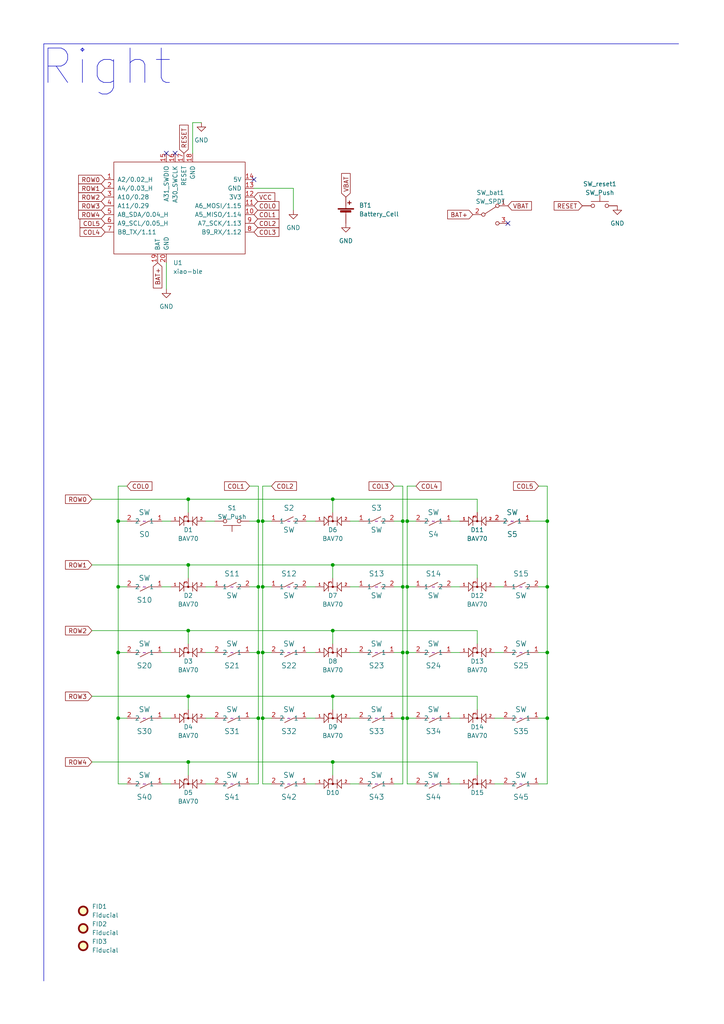
<source format=kicad_sch>
(kicad_sch (version 20230121) (generator eeschema)
  (paper "A4" portrait)
  (lib_symbols
    (symbol "Device:Battery_Cell" (pin_numbers hide) (pin_names (offset 0) hide)
      (property "Reference" "BT" (at 2.54 2.54 0))
      (property "Value" "Battery_Cell" (at 2.54 0 0))
      (symbol "Battery_Cell_0_1"
        (rectangle (start -2.286 1.778) (end 2.286 1.524) (fill (type outline)))
        (rectangle (start -1.5748 1.1938) (end 1.4732 0.6858) (fill (type outline)))
        (polyline (pts (xy 0 0.762) (xy 0 0)))
        (polyline (pts (xy 0 1.778) (xy 0 2.54)))
        (polyline (pts (xy 0.508 3.429) (xy 1.524 3.429)) (stroke (width 0.254)))
        (polyline (pts (xy 1.016 3.937) (xy 1.016 2.921)) (stroke (width 0.254)))
      )
      (symbol "Battery_Cell_1_1"
        (pin passive line (at 0 5.08 270) (length 2.54) (name "+") (number "1"))
        (pin passive line (at 0 -2.54 90) (length 2.54) (name "-") (number "2"))
      )
    )
    (symbol "Mechanical:Fiducial"
      (property "Reference" "FID" (at 0 5.08 0))
      (property "Value" "Fiducial" (at 0 3.175 0))
      (symbol "Fiducial_0_1"
        (circle (center 0 0) (radius 1.27) (stroke (width 0.508)) (fill (type background)))
      )
    )
    (symbol "Switch:SW_Push" (pin_numbers hide) (pin_names (offset 1.016) hide)
      (property "Reference" "SW" (at 1.27 2.54 0))
      (property "Value" "SW_Push" (at 0 -1.524 0))
      (symbol "SW_Push_0_1"
        (circle (center -2.032 0) (radius 0.508))
        (polyline (pts (xy 0 1.27) (xy 0 3.048)))
        (polyline (pts (xy 2.54 1.27) (xy -2.54 1.27)))
        (circle (center 2.032 0) (radius 0.508))
        (pin passive line (at -5.08 0 0) (length 2.54) (name "1") (number "1"))
        (pin passive line (at 5.08 0 180) (length 2.54) (name "2") (number "2"))
      )
    )
    (symbol "Switch:SW_SPDT" (pin_names (offset 0) hide)
      (property "Reference" "SW" (at 0 4.318 0))
      (property "Value" "SW_SPDT" (at 0 -5.08 0))
      (symbol "SW_SPDT_0_0"
        (circle (center -2.032 0) (radius 0.508))
        (circle (center 2.032 -2.54) (radius 0.508))
      )
      (symbol "SW_SPDT_0_1"
        (polyline (pts (xy -1.524 0.254) (xy 1.651 2.286)))
        (circle (center 2.032 2.54) (radius 0.508))
      )
      (symbol "SW_SPDT_1_1"
        (pin passive line (at 5.08 2.54 180) (length 2.54) (name "A") (number "1"))
        (pin passive line (at -5.08 0 0) (length 2.54) (name "B") (number "2"))
        (pin passive line (at 5.08 -2.54 180) (length 2.54) (name "C") (number "3"))
      )
    )
    (symbol "YAEMK:MX_1U" (pin_names (offset 1.016))
      (property "Reference" "S" (at 0 -2.54 0))
      (property "Value" "MX_1U" (at 0 3.81 0))
      (symbol "MX_1U_1_1"
        (polyline (pts (xy 2.54 0) (xy 1.27 0)))
        (polyline (pts (xy 3.81 0) (xy 2.54 0)))
        (polyline (pts (xy 1.27 1.27) (xy -1.27 0) (xy -3.81 0)))
        (pin bidirectional line (at -5.08 0 0) (length 1.27) (name "1") (number "1"))
        (pin bidirectional line (at 5.08 0 180) (length 1.27) (name "2") (number "2"))
      )
    )
    (symbol "hillside_basic:BAV70_Small" (pin_names (offset 0.762) hide)
      (property "Reference" "D" (at 0.635 -2.54 0))
      (property "Value" "BAV70_Small" (at 0 2.54 0))
      (symbol "BAV70_Small_0_1"
        (polyline (pts (xy -1.27 1.27) (xy -1.27 -1.27)))
        (polyline (pts (xy 1.27 0) (xy -1.27 0)))
        (polyline (pts (xy 1.27 1.27) (xy 1.27 -1.27)))
        (polyline (pts (xy -2.54 1.27) (xy -2.54 -1.27) (xy -1.27 0) (xy -2.54 1.27)))
        (polyline (pts (xy 2.54 1.27) (xy 2.54 -1.27) (xy 1.27 0) (xy 2.54 1.27)))
        (circle (center 0 0) (radius 0.254) (fill (type outline)))
      )
      (symbol "BAV70_Small_1_1"
        (pin input line (at -5.08 0 0) (length 2.54) (name "A1") (number "1"))
        (pin input line (at 5.08 0 180) (length 2.54) (name "A2") (number "2"))
        (pin passive line (at 0 -2.54 90) (length 2.54) (name "K") (number "3"))
      )
    )
    (symbol "power:GND" (power) (pin_names (offset 0))
      (property "Value" "GND" (at 0 -3.81 0))
      (symbol "GND_0_1"
        (polyline (pts (xy 0 0) (xy 0 -1.27) (xy 1.27 -1.27) (xy 0 -2.54) (xy -1.27 -1.27) (xy 0 -1.27)))
      )
      (symbol "GND_1_1"
        (pin power_in line (at 0 0 270) (length 0) hide (name "GND") (number "1"))
      )
    )
    (symbol "sepp:xiao-ble-geist" (pin_names (offset 1.016))
      (property "Reference" "U1" (at -19.304 17.78 0))
      (property "Value" "xiao-ble" (at -19.304 15.24 0))
      (symbol "xiao-ble-geist_0_1"
        (rectangle (start -19.05 12.7) (end 19.05 -13.97))
      )
      (symbol "xiao-ble-geist_1_1"
        (pin bidirectional line (at -21.59 7.62 0) (length 2.54) (name "A2/0.02_H") (number "1"))
        (pin bidirectional line (at 21.59 -2.54 180) (length 2.54) (name "A5_MISO/1.14") (number "10"))
        (pin bidirectional line (at 21.59 0 180) (length 2.54) (name "A6_MOSI/1.15") (number "11"))
        (pin power_out line (at 21.59 2.54 180) (length 2.54) (name "3V3") (number "12"))
        (pin power_out line (at 21.59 5.08 180) (length 2.54) (name "GND") (number "13"))
        (pin power_out line (at 21.59 7.62 180) (length 2.54) (name "5V") (number "14"))
        (pin input line (at -3.81 15.24 270) (length 2.54) (name "A31_SWDIO") (number "15"))
        (pin input line (at -1.27 15.24 270) (length 2.54) (name "A30_SWCLK") (number "16"))
        (pin input line (at 1.27 15.24 270) (length 2.54) (name "RESET") (number "17"))
        (pin power_out line (at 3.81 15.24 270) (length 2.54) (name "GND") (number "18"))
        (pin bidirectional line (at -6.35 -16.51 90) (length 2.54) (name "BAT") (number "19"))
        (pin bidirectional line (at -21.59 5.08 0) (length 2.54) (name "A4/0.03_H") (number "2"))
        (pin power_out line (at -3.81 -16.51 90) (length 2.54) (name "GND") (number "20"))
        (pin bidirectional line (at -21.59 2.54 0) (length 2.54) (name "A10/0.28") (number "3"))
        (pin bidirectional line (at -21.59 0 0) (length 2.54) (name "A11/0.29") (number "4"))
        (pin bidirectional line (at -21.59 -2.54 0) (length 2.54) (name "A8_SDA/0.04_H") (number "5"))
        (pin bidirectional line (at -21.59 -5.08 0) (length 2.54) (name "A9_SCL/0.05_H") (number "6"))
        (pin bidirectional line (at -21.59 -7.62 0) (length 2.54) (name "B8_TX/1.11") (number "7"))
        (pin bidirectional line (at 21.59 -7.62 180) (length 2.54) (name "B9_RX/1.12") (number "8"))
        (pin bidirectional line (at 21.59 -5.08 180) (length 2.54) (name "A7_SCK/1.13") (number "9"))
      )
    )
  )
  (junction (at 158.75 170.18))
  (junction (at 118.11 151.13))
  (junction (at 158.75 208.28))
  (junction (at 54.61 182.88))
  (junction (at 116.84 151.13))
  (junction (at 54.61 163.83))
  (junction (at 96.52 182.88))
  (junction (at 74.93 170.18))
  (junction (at 118.11 208.28))
  (junction (at 76.2 189.23))
  (junction (at 76.2 170.18))
  (junction (at 118.11 189.23))
  (junction (at 34.29 170.18))
  (junction (at 74.93 151.13))
  (junction (at 54.61 201.93))
  (junction (at 76.2 208.28))
  (junction (at 34.29 151.13))
  (junction (at 158.75 189.23))
  (junction (at 116.84 208.28))
  (junction (at 96.52 201.93))
  (junction (at 96.52 163.83))
  (junction (at 118.11 170.18))
  (junction (at 54.61 220.98))
  (junction (at 116.84 170.18))
  (junction (at 34.29 208.28))
  (junction (at 116.84 189.23))
  (junction (at 34.29 189.23))
  (junction (at 74.93 208.28))
  (junction (at 96.52 144.78))
  (junction (at 76.2 151.13))
  (junction (at 158.75 151.13))
  (junction (at 96.52 220.98))
  (junction (at 74.93 189.23))
  (junction (at 54.61 144.78))
  (no_connect (at 73.66 52.07))
  (no_connect (at 147.32 64.77))
  (no_connect (at 50.8 44.45))
  (no_connect (at 48.26 44.45))
  (wire (pts (xy 116.84 140.97) (xy 114.3 140.97)))
  (wire (pts (xy 26.67 144.78) (xy 54.61 144.78)))
  (wire (pts (xy 116.84 189.23) (xy 116.84 170.18)))
  (wire (pts (xy 76.2 151.13) (xy 76.2 140.97)))
  (wire (pts (xy 54.61 182.88) (xy 54.61 186.69)))
  (wire (pts (xy 96.52 201.93) (xy 138.43 201.93)))
  (wire (pts (xy 120.65 227.33) (xy 118.11 227.33)))
  (wire (pts (xy 88.9 151.13) (xy 91.44 151.13)))
  (wire (pts (xy 96.52 163.83) (xy 96.52 167.64)))
  (wire (pts (xy 96.52 144.78) (xy 96.52 148.59)))
  (wire (pts (xy 143.51 227.33) (xy 146.05 227.33)))
  (wire (pts (xy 130.81 227.33) (xy 133.35 227.33)))
  (wire (pts (xy 118.11 151.13) (xy 120.65 151.13)))
  (polyline (pts (xy 12.7 12.7) (xy 12.7 284.48)))
  (wire (pts (xy 88.9 208.28) (xy 91.44 208.28)))
  (wire (pts (xy 118.11 208.28) (xy 118.11 189.23)))
  (wire (pts (xy 34.29 208.28) (xy 34.29 227.33)))
  (wire (pts (xy 76.2 151.13) (xy 78.74 151.13)))
  (wire (pts (xy 85.09 60.96) (xy 85.09 54.61)))
  (wire (pts (xy 138.43 182.88) (xy 138.43 186.69)))
  (wire (pts (xy 138.43 201.93) (xy 138.43 205.74)))
  (wire (pts (xy 59.69 208.28) (xy 62.23 208.28)))
  (wire (pts (xy 101.6 151.13) (xy 104.14 151.13)))
  (wire (pts (xy 158.75 227.33) (xy 158.75 208.28)))
  (wire (pts (xy 130.81 151.13) (xy 133.35 151.13)))
  (wire (pts (xy 76.2 170.18) (xy 76.2 151.13)))
  (wire (pts (xy 76.2 189.23) (xy 78.74 189.23)))
  (wire (pts (xy 54.61 144.78) (xy 54.61 148.59)))
  (wire (pts (xy 74.93 151.13) (xy 74.93 140.97)))
  (wire (pts (xy 59.69 151.13) (xy 62.23 151.13)))
  (wire (pts (xy 118.11 208.28) (xy 120.65 208.28)))
  (wire (pts (xy 72.39 189.23) (xy 74.93 189.23)))
  (wire (pts (xy 76.2 208.28) (xy 78.74 208.28)))
  (wire (pts (xy 26.67 163.83) (xy 54.61 163.83)))
  (wire (pts (xy 58.42 35.56) (xy 55.88 35.56)))
  (wire (pts (xy 116.84 227.33) (xy 116.84 208.28)))
  (wire (pts (xy 26.67 201.93) (xy 54.61 201.93)))
  (wire (pts (xy 143.51 170.18) (xy 146.05 170.18)))
  (wire (pts (xy 118.11 189.23) (xy 118.11 170.18)))
  (wire (pts (xy 156.21 208.28) (xy 158.75 208.28)))
  (wire (pts (xy 118.11 151.13) (xy 118.11 140.97)))
  (wire (pts (xy 76.2 170.18) (xy 78.74 170.18)))
  (wire (pts (xy 118.11 170.18) (xy 120.65 170.18)))
  (wire (pts (xy 76.2 189.23) (xy 76.2 170.18)))
  (wire (pts (xy 96.52 163.83) (xy 138.43 163.83)))
  (wire (pts (xy 76.2 208.28) (xy 76.2 189.23)))
  (wire (pts (xy 59.69 170.18) (xy 62.23 170.18)))
  (wire (pts (xy 55.88 35.56) (xy 55.88 44.45)))
  (wire (pts (xy 156.21 189.23) (xy 158.75 189.23)))
  (wire (pts (xy 116.84 208.28) (xy 116.84 189.23)))
  (wire (pts (xy 114.3 170.18) (xy 116.84 170.18)))
  (wire (pts (xy 74.93 170.18) (xy 74.93 151.13)))
  (wire (pts (xy 96.52 220.98) (xy 96.52 224.79)))
  (wire (pts (xy 34.29 208.28) (xy 36.83 208.28)))
  (wire (pts (xy 26.67 182.88) (xy 54.61 182.88)))
  (wire (pts (xy 34.29 170.18) (xy 34.29 151.13)))
  (wire (pts (xy 96.52 201.93) (xy 96.52 205.74)))
  (wire (pts (xy 74.93 189.23) (xy 74.93 170.18)))
  (wire (pts (xy 34.29 227.33) (xy 36.83 227.33)))
  (wire (pts (xy 96.52 182.88) (xy 138.43 182.88)))
  (wire (pts (xy 34.29 189.23) (xy 34.29 170.18)))
  (wire (pts (xy 54.61 201.93) (xy 96.52 201.93)))
  (wire (pts (xy 46.99 151.13) (xy 49.53 151.13)))
  (wire (pts (xy 72.39 170.18) (xy 74.93 170.18)))
  (wire (pts (xy 72.39 208.28) (xy 74.93 208.28)))
  (wire (pts (xy 101.6 170.18) (xy 104.14 170.18)))
  (wire (pts (xy 143.51 208.28) (xy 146.05 208.28)))
  (wire (pts (xy 46.99 208.28) (xy 49.53 208.28)))
  (wire (pts (xy 34.29 208.28) (xy 34.29 189.23)))
  (wire (pts (xy 54.61 201.93) (xy 54.61 205.74)))
  (wire (pts (xy 54.61 163.83) (xy 54.61 167.64)))
  (wire (pts (xy 101.6 208.28) (xy 104.14 208.28)))
  (wire (pts (xy 96.52 144.78) (xy 138.43 144.78)))
  (wire (pts (xy 116.84 170.18) (xy 116.84 151.13)))
  (wire (pts (xy 138.43 163.83) (xy 138.43 167.64)))
  (wire (pts (xy 158.75 151.13) (xy 158.75 170.18)))
  (wire (pts (xy 96.52 182.88) (xy 96.52 186.69)))
  (wire (pts (xy 88.9 189.23) (xy 91.44 189.23)))
  (wire (pts (xy 46.99 170.18) (xy 49.53 170.18)))
  (wire (pts (xy 143.51 189.23) (xy 146.05 189.23)))
  (wire (pts (xy 138.43 220.98) (xy 138.43 224.79)))
  (wire (pts (xy 34.29 189.23) (xy 36.83 189.23)))
  (wire (pts (xy 34.29 151.13) (xy 36.83 151.13)))
  (wire (pts (xy 34.29 140.97) (xy 36.83 140.97)))
  (wire (pts (xy 101.6 227.33) (xy 104.14 227.33)))
  (wire (pts (xy 118.11 189.23) (xy 120.65 189.23)))
  (wire (pts (xy 158.75 140.97) (xy 156.21 140.97)))
  (wire (pts (xy 54.61 182.88) (xy 96.52 182.88)))
  (wire (pts (xy 101.6 189.23) (xy 104.14 189.23)))
  (wire (pts (xy 158.75 208.28) (xy 158.75 189.23)))
  (wire (pts (xy 114.3 189.23) (xy 116.84 189.23)))
  (wire (pts (xy 85.09 54.61) (xy 73.66 54.61)))
  (wire (pts (xy 130.81 170.18) (xy 133.35 170.18)))
  (wire (pts (xy 156.21 170.18) (xy 158.75 170.18)))
  (wire (pts (xy 88.9 170.18) (xy 91.44 170.18)))
  (polyline (pts (xy 196.85 12.7) (xy 12.7 12.7)))
  (wire (pts (xy 96.52 220.98) (xy 138.43 220.98)))
  (wire (pts (xy 74.93 227.33) (xy 72.39 227.33)))
  (wire (pts (xy 54.61 220.98) (xy 54.61 224.79)))
  (wire (pts (xy 46.99 189.23) (xy 49.53 189.23)))
  (wire (pts (xy 26.67 220.98) (xy 54.61 220.98)))
  (wire (pts (xy 74.93 140.97) (xy 72.39 140.97)))
  (wire (pts (xy 76.2 227.33) (xy 78.74 227.33)))
  (wire (pts (xy 118.11 140.97) (xy 120.65 140.97)))
  (wire (pts (xy 34.29 170.18) (xy 36.83 170.18)))
  (wire (pts (xy 54.61 163.83) (xy 96.52 163.83)))
  (wire (pts (xy 118.11 227.33) (xy 118.11 208.28)))
  (wire (pts (xy 114.3 151.13) (xy 116.84 151.13)))
  (wire (pts (xy 54.61 220.98) (xy 96.52 220.98)))
  (wire (pts (xy 158.75 140.97) (xy 158.75 151.13)))
  (wire (pts (xy 72.39 151.13) (xy 74.93 151.13)))
  (wire (pts (xy 116.84 151.13) (xy 116.84 140.97)))
  (wire (pts (xy 76.2 208.28) (xy 76.2 227.33)))
  (wire (pts (xy 130.81 189.23) (xy 133.35 189.23)))
  (wire (pts (xy 59.69 189.23) (xy 62.23 189.23)))
  (wire (pts (xy 76.2 140.97) (xy 78.74 140.97)))
  (wire (pts (xy 138.43 144.78) (xy 138.43 148.59)))
  (wire (pts (xy 158.75 189.23) (xy 158.75 170.18)))
  (wire (pts (xy 74.93 208.28) (xy 74.93 189.23)))
  (wire (pts (xy 114.3 208.28) (xy 116.84 208.28)))
  (wire (pts (xy 153.67 151.13) (xy 158.75 151.13)))
  (wire (pts (xy 156.21 227.33) (xy 158.75 227.33)))
  (wire (pts (xy 88.9 227.33) (xy 91.44 227.33)))
  (wire (pts (xy 46.99 227.33) (xy 49.53 227.33)))
  (wire (pts (xy 130.81 208.28) (xy 133.35 208.28)))
  (wire (pts (xy 74.93 208.28) (xy 74.93 227.33)))
  (wire (pts (xy 118.11 170.18) (xy 118.11 151.13)))
  (wire (pts (xy 54.61 144.78) (xy 96.52 144.78)))
  (wire (pts (xy 114.3 227.33) (xy 116.84 227.33)))
  (wire (pts (xy 59.69 227.33) (xy 62.23 227.33)))
  (wire (pts (xy 34.29 151.13) (xy 34.29 140.97)))
  (wire (pts (xy 48.26 83.82) (xy 48.26 76.2)))
  (text "Right" (at 11.43 25.4 0) (effects (font (size 10 10)) (justify left bottom)))
  (global_label "COL4" (shape input) (at 30.48 67.31 180) (property "Intersheetrefs" "${INTERSHEET_REFS}" (effects hide)))
  (global_label "COL2" (shape input) (at 78.74 140.97 0) (property "Intersheetrefs" "${INTERSHEET_REFS}" (effects hide)) (property "Referenzen zwischen Schaltplänen" "${INTERSHEET_REFS}" (effects hide)))
  (global_label "COL0" (shape input) (at 73.66 59.69 0) (property "Intersheetrefs" "${INTERSHEET_REFS}" (effects hide)))
  (global_label "RESET" (shape input) (at 53.34 44.45 90) (property "Intersheetrefs" "${INTERSHEET_REFS}" (effects hide)))
  (global_label "COL1" (shape input) (at 73.66 62.23 0) (property "Intersheetrefs" "${INTERSHEET_REFS}" (effects hide)))
  (global_label "ROW1" (shape input) (at 30.48 54.61 180) (property "Intersheetrefs" "${INTERSHEET_REFS}" (effects hide)))
  (global_label "COL5" (shape input) (at 30.48 64.77 180) (property "Intersheetrefs" "${INTERSHEET_REFS}" (effects hide)))
  (global_label "ROW2" (shape input) (at 26.67 182.88 180) (property "Intersheetrefs" "${INTERSHEET_REFS}" (effects hide)) (property "Referenzen zwischen Schaltplänen" "${INTERSHEET_REFS}" (effects hide)))
  (global_label "ROW3" (shape input) (at 26.67 201.93 180) (property "Intersheetrefs" "${INTERSHEET_REFS}" (effects hide)) (property "Referenzen zwischen Schaltplänen" "${INTERSHEET_REFS}" (effects hide)))
  (global_label "COL4" (shape input) (at 120.65 140.97 0) (property "Intersheetrefs" "${INTERSHEET_REFS}" (effects hide)) (property "Referenzen zwischen Schaltplänen" "${INTERSHEET_REFS}" (effects hide)))
  (global_label "BAT+" (shape input) (at 137.16 62.23 180) (property "Intersheetrefs" "${INTERSHEET_REFS}" (effects hide)))
  (global_label "ROW1" (shape input) (at 26.67 163.83 180) (property "Intersheetrefs" "${INTERSHEET_REFS}" (effects hide)) (property "Referenzen zwischen Schaltplänen" "${INTERSHEET_REFS}" (effects hide)))
  (global_label "ROW0" (shape input) (at 26.67 144.78 180) (property "Intersheetrefs" "${INTERSHEET_REFS}" (effects hide)) (property "Referenzen zwischen Schaltplänen" "${INTERSHEET_REFS}" (effects hide)))
  (global_label "COL2" (shape input) (at 73.66 64.77 0) (property "Intersheetrefs" "${INTERSHEET_REFS}" (effects hide)))
  (global_label "ROW3" (shape input) (at 30.48 59.69 180) (property "Intersheetrefs" "${INTERSHEET_REFS}" (effects hide)))
  (global_label "COL0" (shape input) (at 36.83 140.97 0) (property "Intersheetrefs" "${INTERSHEET_REFS}" (effects hide)) (property "Referenzen zwischen Schaltplänen" "${INTERSHEET_REFS}" (effects hide)))
  (global_label "VBAT" (shape input) (at 100.33 57.15 90) (property "Intersheetrefs" "${INTERSHEET_REFS}" (effects hide)))
  (global_label "BAT+" (shape input) (at 45.72 76.2 270) (property "Intersheetrefs" "${INTERSHEET_REFS}" (effects hide)))
  (global_label "COL3" (shape input) (at 73.66 67.31 0) (property "Intersheetrefs" "${INTERSHEET_REFS}" (effects hide)))
  (global_label "ROW0" (shape input) (at 30.48 52.07 180) (property "Intersheetrefs" "${INTERSHEET_REFS}" (effects hide)))
  (global_label "VCC" (shape input) (at 73.66 57.15 0) (property "Intersheetrefs" "${INTERSHEET_REFS}" (effects hide)))
  (global_label "COL3" (shape input) (at 114.3 140.97 180) (property "Intersheetrefs" "${INTERSHEET_REFS}" (effects hide)) (property "Referenzen zwischen Schaltplänen" "${INTERSHEET_REFS}" (effects hide)))
  (global_label "VBAT" (shape input) (at 147.32 59.69 0) (property "Intersheetrefs" "${INTERSHEET_REFS}" (effects hide)))
  (global_label "RESET" (shape input) (at 168.91 59.69 180) (property "Intersheetrefs" "${INTERSHEET_REFS}" (effects hide)))
  (global_label "ROW2" (shape input) (at 30.48 57.15 180) (property "Intersheetrefs" "${INTERSHEET_REFS}" (effects hide)))
  (global_label "ROW4" (shape input) (at 30.48 62.23 180) (property "Intersheetrefs" "${INTERSHEET_REFS}" (effects hide)))
  (global_label "ROW4" (shape input) (at 26.67 220.98 180) (property "Intersheetrefs" "${INTERSHEET_REFS}" (effects hide)) (property "Referenzen zwischen Schaltplänen" "${INTERSHEET_REFS}" (effects hide)))
  (global_label "COL1" (shape input) (at 72.39 140.97 180) (property "Intersheetrefs" "${INTERSHEET_REFS}" (effects hide)) (property "Referenzen zwischen Schaltplänen" "${INTERSHEET_REFS}" (effects hide)))
  (global_label "COL5" (shape input) (at 156.21 140.97 180) (property "Intersheetrefs" "${INTERSHEET_REFS}" (effects hide)) (property "Referenzen zwischen Schaltplänen" "${INTERSHEET_REFS}" (effects hide)))
  (symbol (lib_id "power:GND") (at 58.42 35.56 0) (unit 1)
    (property "Reference" "#PWR02" (effects hide))
    (property "Value" "GND" (at 58.42 40.64 0))
  )
  (symbol (lib_id "Mechanical:Fiducial") (at 24.13 264.16 0) (unit 1)
    (property "Reference" "FID1" (at 26.67 262.8899 0) (effects (justify left)))
    (property "Value" "Fiducial" (at 26.67 265.4299 0) (effects (justify left)))
    (property "Footprint" "Fiducial:Fiducial_1mm_Mask2mm" (effects hide))
  )
  (symbol (lib_id "Mechanical:Fiducial") (at 24.13 274.32 0) (unit 1)
    (property "Reference" "FID3" (at 26.67 273.0499 0) (effects (justify left)))
    (property "Value" "Fiducial" (at 26.67 275.5899 0) (effects (justify left)))
    (property "Footprint" "Fiducial:Fiducial_1mm_Mask2mm" (effects hide))
  )
  (symbol (lib_id "YAEMK:MX_1U") (at 151.13 170.18 0) (unit 1)
    (property "Reference" "S15" (at 151.13 166.37 0) (effects (font (size 1.524 1.524))))
    (property "Value" "SW" (at 151.13 172.72 0) (effects (font (size 1.524 1.524))))
    (property "Footprint" "pretty:MX-1U-Hotswap" (effects hide))
    (property "Datasheet" "~" (at 151.13 170.18 0) (effects (font (size 1.524 1.524))))
    (property "JLCPCB BOM" "0" (effects hide))
  )
  (symbol (lib_id "hillside_basic:BAV70_Small") (at 54.61 227.33 0) (mirror x) (unit 1)
    (property "Reference" "D5" (at 54.61 229.87 0))
    (property "Value" "BAV70" (at 54.61 232.41 0))
    (property "Footprint" "Package_TO_SOT_SMD:SOT-23" (effects hide))
    (property "Datasheet" "https://assets.nexperia.com/documents/data-sheet/BAV70_SER.pdf" (effects hide))
  )
  (symbol (lib_id "power:GND") (at 85.09 60.96 0) (unit 1)
    (property "Reference" "#PWR03" (effects hide))
    (property "Value" "GND" (at 85.09 66.04 0))
  )
  (symbol (lib_id "hillside_basic:BAV70_Small") (at 96.52 151.13 0) (mirror x) (unit 1)
    (property "Reference" "D6" (at 96.52 153.67 0))
    (property "Value" "BAV70" (at 96.52 156.21 0))
    (property "Footprint" "Package_TO_SOT_SMD:SOT-23" (effects hide))
    (property "Datasheet" "https://assets.nexperia.com/documents/data-sheet/BAV70_SER.pdf" (effects hide))
  )
  (symbol (lib_id "YAEMK:MX_1U") (at 109.22 208.28 180) (unit 1)
    (property "Reference" "S33" (at 109.22 212.09 0) (effects (font (size 1.524 1.524))))
    (property "Value" "SW" (at 109.22 205.74 0) (effects (font (size 1.524 1.524))))
    (property "Footprint" "pretty:MX-1U-Hotswap" (effects hide))
    (property "Datasheet" "~" (at 109.22 208.28 0) (effects (font (size 1.524 1.524))))
    (property "JLCPCB BOM" "0" (effects hide))
  )
  (symbol (lib_id "YAEMK:MX_1U") (at 83.82 151.13 0) (unit 1)
    (property "Reference" "S2" (at 83.82 147.32 0) (effects (font (size 1.524 1.524))))
    (property "Value" "SW" (at 83.82 153.67 0) (effects (font (size 1.524 1.524))))
    (property "Footprint" "pretty:MX-1U-Hotswap" (effects hide))
    (property "Datasheet" "~" (at 83.82 151.13 0) (effects (font (size 1.524 1.524))))
    (property "JLCPCB BOM" "0" (effects hide))
  )
  (symbol (lib_id "Switch:SW_Push") (at 173.99 59.69 0) (unit 1)
    (property "Reference" "SW_reset1" (at 173.99 53.34 0))
    (property "Value" "SW_Push" (at 173.99 55.88 0))
    (property "Footprint" "Button_Switch_SMD:SW_SPST_TL3342" (effects hide))
  )
  (symbol (lib_id "power:GND") (at 100.33 64.77 0) (unit 1)
    (property "Reference" "#PWR05" (effects hide))
    (property "Value" "GND" (at 100.33 69.85 0))
  )
  (symbol (lib_id "YAEMK:MX_1U") (at 67.31 170.18 0) (unit 1)
    (property "Reference" "S11" (at 67.31 166.37 0) (effects (font (size 1.524 1.524))))
    (property "Value" "SW" (at 67.31 172.72 0) (effects (font (size 1.524 1.524))))
    (property "Footprint" "pretty:MX-1U-Hotswap" (effects hide))
    (property "Datasheet" "~" (at 67.31 170.18 0) (effects (font (size 1.524 1.524))))
    (property "JLCPCB BOM" "0" (effects hide))
  )
  (symbol (lib_id "YAEMK:MX_1U") (at 83.82 227.33 180) (unit 1)
    (property "Reference" "S42" (at 83.82 231.14 0) (effects (font (size 1.524 1.524))))
    (property "Value" "SW" (at 83.82 224.79 0) (effects (font (size 1.524 1.524))))
    (property "Footprint" "pretty:MX-1U-Hotswap" (effects hide))
    (property "Datasheet" "~" (at 83.82 227.33 0) (effects (font (size 1.524 1.524))))
    (property "JLCPCB BOM" "0" (effects hide))
  )
  (symbol (lib_id "YAEMK:MX_1U") (at 41.91 208.28 180) (unit 1)
    (property "Reference" "S30" (at 41.91 212.09 0) (effects (font (size 1.524 1.524))))
    (property "Value" "SW" (at 41.91 205.74 0) (effects (font (size 1.524 1.524))))
    (property "Footprint" "pretty:MX-1U-Hotswap" (effects hide))
    (property "Datasheet" "~" (at 41.91 208.28 0) (effects (font (size 1.524 1.524))))
    (property "JLCPCB BOM" "0" (effects hide))
  )
  (symbol (lib_id "YAEMK:MX_1U") (at 125.73 170.18 0) (unit 1)
    (property "Reference" "S14" (at 125.73 166.37 0) (effects (font (size 1.524 1.524))))
    (property "Value" "SW" (at 125.73 172.72 0) (effects (font (size 1.524 1.524))))
    (property "Footprint" "pretty:MX-1U-Hotswap" (effects hide))
    (property "Datasheet" "~" (at 125.73 170.18 0) (effects (font (size 1.524 1.524))))
    (property "JLCPCB BOM" "0" (effects hide))
  )
  (symbol (lib_id "YAEMK:MX_1U") (at 109.22 227.33 180) (unit 1)
    (property "Reference" "S43" (at 109.22 231.14 0) (effects (font (size 1.524 1.524))))
    (property "Value" "SW" (at 109.22 224.79 0) (effects (font (size 1.524 1.524))))
    (property "Footprint" "pretty:MX-1U-Hotswap" (effects hide))
    (property "Datasheet" "~" (at 109.22 227.33 0) (effects (font (size 1.524 1.524))))
    (property "JLCPCB BOM" "0" (effects hide))
  )
  (symbol (lib_id "hillside_basic:BAV70_Small") (at 138.43 189.23 0) (mirror x) (unit 1)
    (property "Reference" "D13" (at 138.43 191.77 0))
    (property "Value" "BAV70" (at 138.43 194.31 0))
    (property "Footprint" "Package_TO_SOT_SMD:SOT-23" (effects hide))
    (property "Datasheet" "https://assets.nexperia.com/documents/data-sheet/BAV70_SER.pdf" (effects hide))
  )
  (symbol (lib_id "hillside_basic:BAV70_Small") (at 96.52 208.28 0) (mirror x) (unit 1)
    (property "Reference" "D9" (at 96.52 210.82 0))
    (property "Value" "BAV70" (at 96.52 213.36 0))
    (property "Footprint" "Package_TO_SOT_SMD:SOT-23" (effects hide))
    (property "Datasheet" "https://assets.nexperia.com/documents/data-sheet/BAV70_SER.pdf" (effects hide))
  )
  (symbol (lib_id "YAEMK:MX_1U") (at 83.82 208.28 180) (unit 1)
    (property "Reference" "S32" (at 83.82 212.09 0) (effects (font (size 1.524 1.524))))
    (property "Value" "SW" (at 83.82 205.74 0) (effects (font (size 1.524 1.524))))
    (property "Footprint" "pretty:MX-1U-Hotswap" (effects hide))
    (property "Datasheet" "~" (at 83.82 208.28 0) (effects (font (size 1.524 1.524))))
    (property "JLCPCB BOM" "0" (effects hide))
  )
  (symbol (lib_id "power:GND") (at 179.07 59.69 0) (unit 1)
    (property "Reference" "#PWR06" (effects hide))
    (property "Value" "GND" (at 179.07 64.77 0))
  )
  (symbol (lib_id "hillside_basic:BAV70_Small") (at 138.43 170.18 0) (mirror x) (unit 1)
    (property "Reference" "D12" (at 138.43 172.72 0))
    (property "Value" "BAV70" (at 138.43 175.26 0))
    (property "Footprint" "Package_TO_SOT_SMD:SOT-23" (effects hide))
    (property "Datasheet" "https://assets.nexperia.com/documents/data-sheet/BAV70_SER.pdf" (effects hide))
  )
  (symbol (lib_id "hillside_basic:BAV70_Small") (at 96.52 227.33 0) (mirror x) (unit 1)
    (property "Reference" "D10" (at 96.52 229.87 0))
    (property "Value" "BAV70" (effects hide))
    (property "Footprint" "Package_TO_SOT_SMD:SOT-23" (effects hide))
    (property "Datasheet" "https://assets.nexperia.com/documents/data-sheet/BAV70_SER.pdf" (effects hide))
  )
  (symbol (lib_id "hillside_basic:BAV70_Small") (at 54.61 170.18 0) (mirror x) (unit 1)
    (property "Reference" "D2" (at 54.61 172.72 0))
    (property "Value" "BAV70" (at 54.61 175.26 0))
    (property "Footprint" "Package_TO_SOT_SMD:SOT-23" (effects hide))
    (property "Datasheet" "https://assets.nexperia.com/documents/data-sheet/BAV70_SER.pdf" (effects hide))
  )
  (symbol (lib_id "YAEMK:MX_1U") (at 125.73 151.13 180) (unit 1)
    (property "Reference" "S4" (at 125.73 154.94 0) (effects (font (size 1.524 1.524))))
    (property "Value" "SW" (at 125.73 148.59 0) (effects (font (size 1.524 1.524))))
    (property "Footprint" "pretty:MX-1U-Hotswap" (effects hide))
    (property "Datasheet" "~" (at 125.73 151.13 0) (effects (font (size 1.524 1.524))))
    (property "JLCPCB BOM" "0" (effects hide))
  )
  (symbol (lib_id "Mechanical:Fiducial") (at 24.13 269.24 0) (unit 1)
    (property "Reference" "FID2" (at 26.67 267.9699 0) (effects (justify left)))
    (property "Value" "Fiducial" (at 26.67 270.5099 0) (effects (justify left)))
    (property "Footprint" "Fiducial:Fiducial_1mm_Mask2mm" (effects hide))
  )
  (symbol (lib_id "hillside_basic:BAV70_Small") (at 138.43 151.13 0) (mirror x) (unit 1)
    (property "Reference" "D11" (at 138.43 153.67 0))
    (property "Value" "BAV70" (at 138.43 156.21 0))
    (property "Footprint" "Package_TO_SOT_SMD:SOT-23" (effects hide))
    (property "Datasheet" "https://assets.nexperia.com/documents/data-sheet/BAV70_SER.pdf" (effects hide))
  )
  (symbol (lib_id "Switch:SW_Push") (at 67.31 151.13 180) (unit 1)
    (property "Reference" "S1" (at 67.31 147.32 0))
    (property "Value" "SW_Push" (at 67.31 149.86 0))
    (property "Footprint" "pretty:PushSW" (effects hide))
  )
  (symbol (lib_id "sepp:xiao-ble-geist") (at 52.07 59.69 0) (unit 1)
    (property "Reference" "U1" (at 50.2159 76.2 0) (effects (justify left)))
    (property "Value" "xiao-ble" (at 50.2159 78.74 0) (effects (justify left)))
    (property "Footprint" "pretty:xiao-ble-smd-cutout" (effects hide))
  )
  (symbol (lib_id "hillside_basic:BAV70_Small") (at 96.52 189.23 0) (mirror x) (unit 1)
    (property "Reference" "D8" (at 96.52 191.77 0))
    (property "Value" "BAV70" (at 96.52 194.31 0))
    (property "Footprint" "Package_TO_SOT_SMD:SOT-23" (effects hide))
    (property "Datasheet" "https://assets.nexperia.com/documents/data-sheet/BAV70_SER.pdf" (effects hide))
  )
  (symbol (lib_id "hillside_basic:BAV70_Small") (at 138.43 208.28 0) (mirror x) (unit 1)
    (property "Reference" "D14" (at 138.43 210.82 0))
    (property "Value" "BAV70" (at 138.43 213.36 0))
    (property "Footprint" "Package_TO_SOT_SMD:SOT-23" (effects hide))
    (property "Datasheet" "https://assets.nexperia.com/documents/data-sheet/BAV70_SER.pdf" (effects hide))
  )
  (symbol (lib_id "YAEMK:MX_1U") (at 41.91 170.18 180) (unit 1)
    (property "Reference" "S10" (at 41.91 173.99 0) (effects (font (size 1.524 1.524))))
    (property "Value" "SW" (at 41.91 167.64 0) (effects (font (size 1.524 1.524))))
    (property "Footprint" "pretty:MX-1U-Hotswap" (effects hide))
    (property "Datasheet" "~" (at 41.91 170.18 0) (effects (font (size 1.524 1.524))))
    (property "JLCPCB BOM" "0" (effects hide))
  )
  (symbol (lib_id "YAEMK:MX_1U") (at 67.31 227.33 180) (unit 1)
    (property "Reference" "S41" (at 67.31 231.14 0) (effects (font (size 1.524 1.524))))
    (property "Value" "SW" (at 67.31 224.79 0) (effects (font (size 1.524 1.524))))
    (property "Footprint" "pretty:MX-1U-Hotswap" (effects hide))
    (property "Datasheet" "~" (at 67.31 227.33 0) (effects (font (size 1.524 1.524))))
    (property "JLCPCB BOM" "0" (effects hide))
  )
  (symbol (lib_id "YAEMK:MX_1U") (at 41.91 189.23 180) (unit 1)
    (property "Reference" "S20" (at 41.91 193.04 0) (effects (font (size 1.524 1.524))))
    (property "Value" "SW" (at 41.91 186.69 0) (effects (font (size 1.524 1.524))))
    (property "Footprint" "pretty:MX-1U-Hotswap" (effects hide))
    (property "Datasheet" "~" (at 41.91 189.23 0) (effects (font (size 1.524 1.524))))
    (property "JLCPCB BOM" "0" (effects hide))
  )
  (symbol (lib_id "YAEMK:MX_1U") (at 151.13 208.28 180) (unit 1)
    (property "Reference" "S35" (at 151.13 212.09 0) (effects (font (size 1.524 1.524))))
    (property "Value" "SW" (at 151.13 205.74 0) (effects (font (size 1.524 1.524))))
    (property "Footprint" "pretty:MX-1U-Hotswap" (effects hide))
    (property "Datasheet" "~" (at 151.13 208.28 0) (effects (font (size 1.524 1.524))))
    (property "JLCPCB BOM" "0" (effects hide))
  )
  (symbol (lib_id "YAEMK:MX_1U") (at 148.59 151.13 180) (unit 1)
    (property "Reference" "S5" (at 148.59 154.94 0) (effects (font (size 1.524 1.524))))
    (property "Value" "SW" (at 148.59 148.59 0) (effects (font (size 1.524 1.524))))
    (property "Footprint" "pretty:MX-1U-Hotswap" (effects hide))
    (property "Datasheet" "~" (at 148.59 151.13 0) (effects (font (size 1.524 1.524))))
    (property "JLCPCB BOM" "0" (effects hide))
  )
  (symbol (lib_id "YAEMK:MX_1U") (at 125.73 189.23 180) (unit 1)
    (property "Reference" "S24" (at 125.73 193.04 0) (effects (font (size 1.524 1.524))))
    (property "Value" "SW" (at 125.73 186.69 0) (effects (font (size 1.524 1.524))))
    (property "Footprint" "pretty:MX-1U-Hotswap" (effects hide))
    (property "Datasheet" "~" (at 125.73 189.23 0) (effects (font (size 1.524 1.524))))
    (property "JLCPCB BOM" "0" (effects hide))
  )
  (symbol (lib_id "YAEMK:MX_1U") (at 83.82 189.23 180) (unit 1)
    (property "Reference" "S22" (at 83.82 193.04 0) (effects (font (size 1.524 1.524))))
    (property "Value" "SW" (at 83.82 186.69 0) (effects (font (size 1.524 1.524))))
    (property "Footprint" "pretty:MX-1U-Hotswap" (effects hide))
    (property "Datasheet" "~" (at 83.82 189.23 0) (effects (font (size 1.524 1.524))))
    (property "JLCPCB BOM" "0" (effects hide))
  )
  (symbol (lib_id "YAEMK:MX_1U") (at 151.13 189.23 180) (unit 1)
    (property "Reference" "S25" (at 151.13 193.04 0) (effects (font (size 1.524 1.524))))
    (property "Value" "SW" (at 151.13 186.69 0) (effects (font (size 1.524 1.524))))
    (property "Footprint" "pretty:MX-1U-Hotswap" (effects hide))
    (property "Datasheet" "~" (at 151.13 189.23 0) (effects (font (size 1.524 1.524))))
    (property "JLCPCB BOM" "0" (effects hide))
  )
  (symbol (lib_id "YAEMK:MX_1U") (at 109.22 151.13 0) (unit 1)
    (property "Reference" "S3" (at 109.22 147.32 0) (effects (font (size 1.524 1.524))))
    (property "Value" "SW" (at 109.22 153.67 0) (effects (font (size 1.524 1.524))))
    (property "Footprint" "pretty:MX-1U-Hotswap" (effects hide))
    (property "Datasheet" "~" (at 109.22 151.13 0) (effects (font (size 1.524 1.524))))
    (property "JLCPCB BOM" "0" (effects hide))
  )
  (symbol (lib_id "power:GND") (at 48.26 83.82 0) (unit 1)
    (property "Reference" "#PWR01" (effects hide))
    (property "Value" "GND" (at 48.26 88.9 0))
  )
  (symbol (lib_id "hillside_basic:BAV70_Small") (at 54.61 151.13 0) (mirror x) (unit 1)
    (property "Reference" "D1" (at 54.61 153.67 0))
    (property "Value" "BAV70" (at 54.61 156.21 0))
    (property "Footprint" "Package_TO_SOT_SMD:SOT-23" (effects hide))
    (property "Datasheet" "https://assets.nexperia.com/documents/data-sheet/BAV70_SER.pdf" (effects hide))
  )
  (symbol (lib_id "hillside_basic:BAV70_Small") (at 138.43 227.33 0) (mirror x) (unit 1)
    (property "Reference" "D15" (at 138.43 229.87 0))
    (property "Value" "BAV70" (effects hide))
    (property "Footprint" "Package_TO_SOT_SMD:SOT-23" (effects hide))
    (property "Datasheet" "https://assets.nexperia.com/documents/data-sheet/BAV70_SER.pdf" (effects hide))
  )
  (symbol (lib_id "YAEMK:MX_1U") (at 109.22 189.23 180) (unit 1)
    (property "Reference" "S23" (at 109.22 193.04 0) (effects (font (size 1.524 1.524))))
    (property "Value" "SW" (at 109.22 186.69 0) (effects (font (size 1.524 1.524))))
    (property "Footprint" "pretty:MX-1U-Hotswap" (effects hide))
    (property "Datasheet" "~" (at 109.22 189.23 0) (effects (font (size 1.524 1.524))))
    (property "JLCPCB BOM" "0" (effects hide))
  )
  (symbol (lib_id "YAEMK:MX_1U") (at 41.91 227.33 180) (unit 1)
    (property "Reference" "S40" (at 41.91 231.14 0) (effects (font (size 1.524 1.524))))
    (property "Value" "SW" (at 41.91 224.79 0) (effects (font (size 1.524 1.524))))
    (property "Footprint" "pretty:MX-1U-Hotswap" (effects hide))
    (property "Datasheet" "~" (at 41.91 227.33 0) (effects (font (size 1.524 1.524))))
    (property "JLCPCB BOM" "0" (effects hide))
  )
  (symbol (lib_id "Device:Battery_Cell") (at 100.33 62.23 0) (unit 1)
    (property "Reference" "BT1" (at 104.14 59.563 0) (effects (justify left)))
    (property "Value" "Battery_Cell" (at 104.14 62.103 0) (effects (justify left)))
    (property "Footprint" "Connector_JST:JST_PH_S2B-PH-K_1x02_P2.00mm_Horizontal" (effects hide))
  )
  (symbol (lib_id "YAEMK:MX_1U") (at 83.82 170.18 0) (unit 1)
    (property "Reference" "S12" (at 83.82 166.37 0) (effects (font (size 1.524 1.524))))
    (property "Value" "SW" (at 83.82 172.72 0) (effects (font (size 1.524 1.524))))
    (property "Footprint" "pretty:MX-1U-Hotswap" (effects hide))
    (property "Datasheet" "~" (at 83.82 170.18 0) (effects (font (size 1.524 1.524))))
    (property "JLCPCB BOM" "0" (effects hide))
  )
  (symbol (lib_id "hillside_basic:BAV70_Small") (at 54.61 208.28 0) (mirror x) (unit 1)
    (property "Reference" "D4" (at 54.61 210.82 0))
    (property "Value" "BAV70" (at 54.61 213.36 0))
    (property "Footprint" "Package_TO_SOT_SMD:SOT-23" (effects hide))
    (property "Datasheet" "https://assets.nexperia.com/documents/data-sheet/BAV70_SER.pdf" (effects hide))
  )
  (symbol (lib_id "YAEMK:MX_1U") (at 67.31 189.23 180) (unit 1)
    (property "Reference" "S21" (at 67.31 193.04 0) (effects (font (size 1.524 1.524))))
    (property "Value" "SW" (at 67.31 186.69 0) (effects (font (size 1.524 1.524))))
    (property "Footprint" "pretty:MX-1U-Hotswap" (effects hide))
    (property "Datasheet" "~" (at 67.31 189.23 0) (effects (font (size 1.524 1.524))))
    (property "JLCPCB BOM" "0" (effects hide))
  )
  (symbol (lib_id "hillside_basic:BAV70_Small") (at 96.52 170.18 0) (mirror x) (unit 1)
    (property "Reference" "D7" (at 96.52 172.72 0))
    (property "Value" "BAV70" (at 96.52 175.26 0))
    (property "Footprint" "Package_TO_SOT_SMD:SOT-23" (effects hide))
    (property "Datasheet" "https://assets.nexperia.com/documents/data-sheet/BAV70_SER.pdf" (effects hide))
  )
  (symbol (lib_id "YAEMK:MX_1U") (at 125.73 208.28 180) (unit 1)
    (property "Reference" "S34" (at 125.73 212.09 0) (effects (font (size 1.524 1.524))))
    (property "Value" "SW" (at 125.73 205.74 0) (effects (font (size 1.524 1.524))))
    (property "Footprint" "pretty:MX-1U-Hotswap" (effects hide))
    (property "Datasheet" "~" (at 125.73 208.28 0) (effects (font (size 1.524 1.524))))
    (property "JLCPCB BOM" "0" (effects hide))
  )
  (symbol (lib_id "YAEMK:MX_1U") (at 67.31 208.28 180) (unit 1)
    (property "Reference" "S31" (at 67.31 212.09 0) (effects (font (size 1.524 1.524))))
    (property "Value" "SW" (at 67.31 205.74 0) (effects (font (size 1.524 1.524))))
    (property "Footprint" "pretty:MX-1U-Hotswap" (effects hide))
    (property "Datasheet" "~" (at 67.31 208.28 0) (effects (font (size 1.524 1.524))))
    (property "JLCPCB BOM" "0" (effects hide))
  )
  (symbol (lib_id "Switch:SW_SPDT") (at 142.24 62.23 0) (unit 1)
    (property "Reference" "SW_bat1" (at 142.24 55.88 0))
    (property "Value" "SW_SPDT" (at 142.24 58.42 0))
    (property "Footprint" "sepp:switch-MSK-12C02-smd" (effects hide))
  )
  (symbol (lib_id "YAEMK:MX_1U") (at 151.13 227.33 180) (unit 1)
    (property "Reference" "S45" (at 151.13 231.14 0) (effects (font (size 1.524 1.524))))
    (property "Value" "SW" (at 151.13 224.79 0) (effects (font (size 1.524 1.524))))
    (property "Footprint" "pretty:MX-1U-Hotswap" (effects hide))
    (property "Datasheet" "~" (at 151.13 227.33 0) (effects (font (size 1.524 1.524))))
    (property "JLCPCB BOM" "0" (effects hide))
  )
  (symbol (lib_id "hillside_basic:BAV70_Small") (at 54.61 189.23 0) (mirror x) (unit 1)
    (property "Reference" "D3" (at 54.61 191.77 0))
    (property "Value" "BAV70" (at 54.61 194.31 0))
    (property "Footprint" "Package_TO_SOT_SMD:SOT-23" (effects hide))
    (property "Datasheet" "https://assets.nexperia.com/documents/data-sheet/BAV70_SER.pdf" (effects hide))
  )
  (symbol (lib_id "YAEMK:MX_1U") (at 125.73 227.33 180) (unit 1)
    (property "Reference" "S44" (at 125.73 231.14 0) (effects (font (size 1.524 1.524))))
    (property "Value" "SW" (at 125.73 224.79 0) (effects (font (size 1.524 1.524))))
    (property "Footprint" "pretty:MX-1U-Hotswap" (effects hide))
    (property "Datasheet" "~" (at 125.73 227.33 0) (effects (font (size 1.524 1.524))))
    (property "JLCPCB BOM" "0" (effects hide))
  )
  (symbol (lib_id "YAEMK:MX_1U") (at 109.22 170.18 0) (unit 1)
    (property "Reference" "S13" (at 109.22 166.37 0) (effects (font (size 1.524 1.524))))
    (property "Value" "SW" (at 109.22 172.72 0) (effects (font (size 1.524 1.524))))
    (property "Footprint" "pretty:MX-1U-Hotswap" (effects hide))
    (property "Datasheet" "~" (at 109.22 170.18 0) (effects (font (size 1.524 1.524))))
    (property "JLCPCB BOM" "0" (effects hide))
  )
  (symbol (lib_id "YAEMK:MX_1U") (at 41.91 151.13 180) (unit 1)
    (property "Reference" "S0" (at 41.91 154.94 0) (effects (font (size 1.524 1.524))))
    (property "Value" "SW" (at 41.91 148.59 0) (effects (font (size 1.524 1.524))))
    (property "Footprint" "pretty:MX-1U-Hotswap" (effects hide))
    (property "Datasheet" "~" (at 41.91 151.13 0) (effects (font (size 1.524 1.524))))
    (property "JLCPCB BOM" "0" (effects hide))
  )
)
</source>
